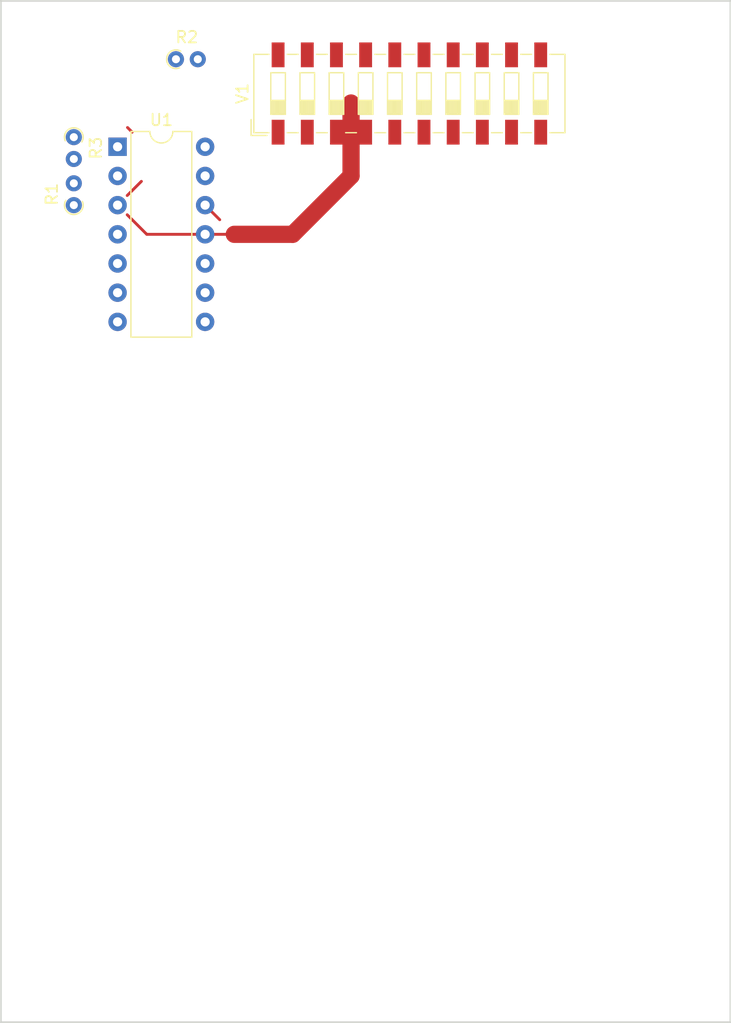
<source format=kicad_pcb>
(kicad_pcb (version 20171130) (host pcbnew 5.0.2-bee76a0~70~ubuntu18.04.1)

  (general
    (thickness 1.6)
    (drawings 4)
    (tracks 11)
    (zones 0)
    (modules 5)
    (nets 6)
  )

  (page A4)
  (layers
    (0 F.Cu signal)
    (31 B.Cu signal)
    (33 F.Adhes user)
    (35 F.Paste user)
    (37 F.SilkS user)
    (39 F.Mask user)
    (40 Dwgs.User user)
    (41 Cmts.User user)
    (42 Eco1.User user)
    (43 Eco2.User user)
    (44 Edge.Cuts user)
    (45 Margin user)
    (46 B.CrtYd user)
    (47 F.CrtYd user)
    (49 F.Fab user)
  )

  (setup
    (last_trace_width 0.25)
    (user_trace_width 0.25)
    (user_trace_width 0.5)
    (user_trace_width 1)
    (user_trace_width 1.5)
    (trace_clearance 0.2)
    (zone_clearance 0.508)
    (zone_45_only no)
    (trace_min 0.2)
    (segment_width 0.2)
    (edge_width 0.15)
    (via_size 0.8)
    (via_drill 0.4)
    (via_min_size 0.4)
    (via_min_drill 0.3)
    (uvia_size 0.3)
    (uvia_drill 0.1)
    (uvias_allowed no)
    (uvia_min_size 0.2)
    (uvia_min_drill 0.1)
    (pcb_text_width 0.3)
    (pcb_text_size 1.5 1.5)
    (mod_edge_width 0.15)
    (mod_text_size 1 1)
    (mod_text_width 0.15)
    (pad_size 1.524 1.524)
    (pad_drill 0.762)
    (pad_to_mask_clearance 0.051)
    (solder_mask_min_width 0.25)
    (aux_axis_origin 0 0)
    (visible_elements FFFFFF7F)
    (pcbplotparams
      (layerselection 0x010a8_ffffffff)
      (usegerberextensions false)
      (usegerberattributes false)
      (usegerberadvancedattributes false)
      (creategerberjobfile false)
      (excludeedgelayer true)
      (linewidth 0.100000)
      (plotframeref false)
      (viasonmask false)
      (mode 1)
      (useauxorigin false)
      (hpglpennumber 1)
      (hpglpenspeed 20)
      (hpglpendiameter 15.000000)
      (psnegative false)
      (psa4output false)
      (plotreference true)
      (plotvalue true)
      (plotinvisibletext false)
      (padsonsilk false)
      (subtractmaskfromsilk false)
      (outputformat 1)
      (mirror false)
      (drillshape 0)
      (scaleselection 1)
      (outputdirectory "gerber/"))
  )

  (net 0 "")
  (net 1 +5V)
  (net 2 "Net-(R1-Pad2)")
  (net 3 0)
  (net 4 "Net-(R3-Pad1)")
  (net 5 "Net-(R3-Pad2)")

  (net_class Default "This is the default net class."
    (clearance 0.2)
    (trace_width 0.25)
    (via_dia 0.8)
    (via_drill 0.4)
    (uvia_dia 0.3)
    (uvia_drill 0.1)
    (add_net "Net-(R1-Pad2)")
    (add_net "Net-(R3-Pad1)")
    (add_net "Net-(R3-Pad2)")
  )

  (net_class Power ""
    (clearance 0.2)
    (trace_width 1.5)
    (via_dia 0.8)
    (via_drill 0.4)
    (uvia_dia 0.3)
    (uvia_drill 0.1)
    (add_net +5V)
    (add_net 0)
  )

  (module Package_DIP:DIP-14_W7.62mm (layer F.Cu) (tedit 5A02E8C5) (tstamp 5C58C03D)
    (at 86.36 38.1)
    (descr "14-lead though-hole mounted DIP package, row spacing 7.62 mm (300 mils)")
    (tags "THT DIP DIL PDIP 2.54mm 7.62mm 300mil")
    (path /5C4C166E)
    (fp_text reference U1 (at 3.81 -2.33) (layer F.SilkS)
      (effects (font (size 1 1) (thickness 0.15)))
    )
    (fp_text value LM2902 (at 3.81 17.57) (layer F.Fab)
      (effects (font (size 1 1) (thickness 0.15)))
    )
    (fp_arc (start 3.81 -1.33) (end 2.81 -1.33) (angle -180) (layer F.SilkS) (width 0.12))
    (fp_line (start 1.635 -1.27) (end 6.985 -1.27) (layer F.Fab) (width 0.1))
    (fp_line (start 6.985 -1.27) (end 6.985 16.51) (layer F.Fab) (width 0.1))
    (fp_line (start 6.985 16.51) (end 0.635 16.51) (layer F.Fab) (width 0.1))
    (fp_line (start 0.635 16.51) (end 0.635 -0.27) (layer F.Fab) (width 0.1))
    (fp_line (start 0.635 -0.27) (end 1.635 -1.27) (layer F.Fab) (width 0.1))
    (fp_line (start 2.81 -1.33) (end 1.16 -1.33) (layer F.SilkS) (width 0.12))
    (fp_line (start 1.16 -1.33) (end 1.16 16.57) (layer F.SilkS) (width 0.12))
    (fp_line (start 1.16 16.57) (end 6.46 16.57) (layer F.SilkS) (width 0.12))
    (fp_line (start 6.46 16.57) (end 6.46 -1.33) (layer F.SilkS) (width 0.12))
    (fp_line (start 6.46 -1.33) (end 4.81 -1.33) (layer F.SilkS) (width 0.12))
    (fp_line (start -1.1 -1.55) (end -1.1 16.8) (layer F.CrtYd) (width 0.05))
    (fp_line (start -1.1 16.8) (end 8.7 16.8) (layer F.CrtYd) (width 0.05))
    (fp_line (start 8.7 16.8) (end 8.7 -1.55) (layer F.CrtYd) (width 0.05))
    (fp_line (start 8.7 -1.55) (end -1.1 -1.55) (layer F.CrtYd) (width 0.05))
    (fp_text user %R (at 3.81 7.62) (layer F.Fab)
      (effects (font (size 1 1) (thickness 0.15)))
    )
    (pad 1 thru_hole rect (at 0 0) (size 1.6 1.6) (drill 0.8) (layers *.Cu *.Mask)
      (net 4 "Net-(R3-Pad1)"))
    (pad 8 thru_hole oval (at 7.62 15.24) (size 1.6 1.6) (drill 0.8) (layers *.Cu *.Mask))
    (pad 2 thru_hole oval (at 0 2.54) (size 1.6 1.6) (drill 0.8) (layers *.Cu *.Mask)
      (net 5 "Net-(R3-Pad2)"))
    (pad 9 thru_hole oval (at 7.62 12.7) (size 1.6 1.6) (drill 0.8) (layers *.Cu *.Mask))
    (pad 3 thru_hole oval (at 0 5.08) (size 1.6 1.6) (drill 0.8) (layers *.Cu *.Mask)
      (net 2 "Net-(R1-Pad2)"))
    (pad 10 thru_hole oval (at 7.62 10.16) (size 1.6 1.6) (drill 0.8) (layers *.Cu *.Mask))
    (pad 4 thru_hole oval (at 0 7.62) (size 1.6 1.6) (drill 0.8) (layers *.Cu *.Mask)
      (net 1 +5V))
    (pad 11 thru_hole oval (at 7.62 7.62) (size 1.6 1.6) (drill 0.8) (layers *.Cu *.Mask)
      (net 3 0))
    (pad 5 thru_hole oval (at 0 10.16) (size 1.6 1.6) (drill 0.8) (layers *.Cu *.Mask))
    (pad 12 thru_hole oval (at 7.62 5.08) (size 1.6 1.6) (drill 0.8) (layers *.Cu *.Mask))
    (pad 6 thru_hole oval (at 0 12.7) (size 1.6 1.6) (drill 0.8) (layers *.Cu *.Mask))
    (pad 13 thru_hole oval (at 7.62 2.54) (size 1.6 1.6) (drill 0.8) (layers *.Cu *.Mask))
    (pad 7 thru_hole oval (at 0 15.24) (size 1.6 1.6) (drill 0.8) (layers *.Cu *.Mask))
    (pad 14 thru_hole oval (at 7.62 0) (size 1.6 1.6) (drill 0.8) (layers *.Cu *.Mask))
    (model ${KISYS3DMOD}/Package_DIP.3dshapes/DIP-14_W7.62mm.wrl
      (at (xyz 0 0 0))
      (scale (xyz 1 1 1))
      (rotate (xyz 0 0 0))
    )
  )

  (module Button_Switch_SMD:SW_DIP_SPSTx10_Slide_6.7x26.96mm_W6.73mm_P2.54mm_LowProfile_JPin (layer F.Cu) (tedit 5A4E1406) (tstamp 5C58B677)
    (at 111.76 33.465 90)
    (descr "SMD 10x-dip-switch SPST , Slide, row spacing 6.73 mm (264 mils), body size 6.7x26.96mm (see e.g. https://www.ctscorp.com/wp-content/uploads/219.pdf), SMD, LowProfile, JPin")
    (tags "SMD DIP Switch SPST Slide 6.73mm 264mil SMD LowProfile JPin")
    (path /5C4C1D88)
    (attr smd)
    (fp_text reference V1 (at 0 -14.54 90) (layer F.SilkS)
      (effects (font (size 1 1) (thickness 0.15)))
    )
    (fp_text value 5 (at 0 14.54 90) (layer F.Fab)
      (effects (font (size 1 1) (thickness 0.15)))
    )
    (fp_text user on (at 0.8975 -12.7725 90) (layer F.Fab)
      (effects (font (size 0.8 0.8) (thickness 0.12)))
    )
    (fp_text user %R (at 2.58 0 180) (layer F.Fab)
      (effects (font (size 0.8 0.8) (thickness 0.12)))
    )
    (fp_line (start 4.7 -13.8) (end -4.7 -13.8) (layer F.CrtYd) (width 0.05))
    (fp_line (start 4.7 13.8) (end 4.7 -13.8) (layer F.CrtYd) (width 0.05))
    (fp_line (start -4.7 13.8) (end 4.7 13.8) (layer F.CrtYd) (width 0.05))
    (fp_line (start -4.7 -13.8) (end -4.7 13.8) (layer F.CrtYd) (width 0.05))
    (fp_line (start -0.603333 10.795) (end -0.603333 12.065) (layer F.SilkS) (width 0.12))
    (fp_line (start -1.81 11.995) (end -0.603333 11.995) (layer F.SilkS) (width 0.12))
    (fp_line (start -1.81 11.875) (end -0.603333 11.875) (layer F.SilkS) (width 0.12))
    (fp_line (start -1.81 11.755) (end -0.603333 11.755) (layer F.SilkS) (width 0.12))
    (fp_line (start -1.81 11.635) (end -0.603333 11.635) (layer F.SilkS) (width 0.12))
    (fp_line (start -1.81 11.515) (end -0.603333 11.515) (layer F.SilkS) (width 0.12))
    (fp_line (start -1.81 11.395) (end -0.603333 11.395) (layer F.SilkS) (width 0.12))
    (fp_line (start -1.81 11.275) (end -0.603333 11.275) (layer F.SilkS) (width 0.12))
    (fp_line (start -1.81 11.155) (end -0.603333 11.155) (layer F.SilkS) (width 0.12))
    (fp_line (start -1.81 11.035) (end -0.603333 11.035) (layer F.SilkS) (width 0.12))
    (fp_line (start -1.81 10.915) (end -0.603333 10.915) (layer F.SilkS) (width 0.12))
    (fp_line (start 1.81 10.795) (end -1.81 10.795) (layer F.SilkS) (width 0.12))
    (fp_line (start 1.81 12.065) (end 1.81 10.795) (layer F.SilkS) (width 0.12))
    (fp_line (start -1.81 12.065) (end 1.81 12.065) (layer F.SilkS) (width 0.12))
    (fp_line (start -1.81 10.795) (end -1.81 12.065) (layer F.SilkS) (width 0.12))
    (fp_line (start -0.603333 8.255) (end -0.603333 9.525) (layer F.SilkS) (width 0.12))
    (fp_line (start -1.81 9.455) (end -0.603333 9.455) (layer F.SilkS) (width 0.12))
    (fp_line (start -1.81 9.335) (end -0.603333 9.335) (layer F.SilkS) (width 0.12))
    (fp_line (start -1.81 9.215) (end -0.603333 9.215) (layer F.SilkS) (width 0.12))
    (fp_line (start -1.81 9.095) (end -0.603333 9.095) (layer F.SilkS) (width 0.12))
    (fp_line (start -1.81 8.975) (end -0.603333 8.975) (layer F.SilkS) (width 0.12))
    (fp_line (start -1.81 8.855) (end -0.603333 8.855) (layer F.SilkS) (width 0.12))
    (fp_line (start -1.81 8.735) (end -0.603333 8.735) (layer F.SilkS) (width 0.12))
    (fp_line (start -1.81 8.615) (end -0.603333 8.615) (layer F.SilkS) (width 0.12))
    (fp_line (start -1.81 8.495) (end -0.603333 8.495) (layer F.SilkS) (width 0.12))
    (fp_line (start -1.81 8.375) (end -0.603333 8.375) (layer F.SilkS) (width 0.12))
    (fp_line (start 1.81 8.255) (end -1.81 8.255) (layer F.SilkS) (width 0.12))
    (fp_line (start 1.81 9.525) (end 1.81 8.255) (layer F.SilkS) (width 0.12))
    (fp_line (start -1.81 9.525) (end 1.81 9.525) (layer F.SilkS) (width 0.12))
    (fp_line (start -1.81 8.255) (end -1.81 9.525) (layer F.SilkS) (width 0.12))
    (fp_line (start -0.603333 5.715) (end -0.603333 6.985) (layer F.SilkS) (width 0.12))
    (fp_line (start -1.81 6.915) (end -0.603333 6.915) (layer F.SilkS) (width 0.12))
    (fp_line (start -1.81 6.795) (end -0.603333 6.795) (layer F.SilkS) (width 0.12))
    (fp_line (start -1.81 6.675) (end -0.603333 6.675) (layer F.SilkS) (width 0.12))
    (fp_line (start -1.81 6.555) (end -0.603333 6.555) (layer F.SilkS) (width 0.12))
    (fp_line (start -1.81 6.435) (end -0.603333 6.435) (layer F.SilkS) (width 0.12))
    (fp_line (start -1.81 6.315) (end -0.603333 6.315) (layer F.SilkS) (width 0.12))
    (fp_line (start -1.81 6.195) (end -0.603333 6.195) (layer F.SilkS) (width 0.12))
    (fp_line (start -1.81 6.075) (end -0.603333 6.075) (layer F.SilkS) (width 0.12))
    (fp_line (start -1.81 5.955) (end -0.603333 5.955) (layer F.SilkS) (width 0.12))
    (fp_line (start -1.81 5.835) (end -0.603333 5.835) (layer F.SilkS) (width 0.12))
    (fp_line (start 1.81 5.715) (end -1.81 5.715) (layer F.SilkS) (width 0.12))
    (fp_line (start 1.81 6.985) (end 1.81 5.715) (layer F.SilkS) (width 0.12))
    (fp_line (start -1.81 6.985) (end 1.81 6.985) (layer F.SilkS) (width 0.12))
    (fp_line (start -1.81 5.715) (end -1.81 6.985) (layer F.SilkS) (width 0.12))
    (fp_line (start -0.603333 3.175) (end -0.603333 4.445) (layer F.SilkS) (width 0.12))
    (fp_line (start -1.81 4.375) (end -0.603333 4.375) (layer F.SilkS) (width 0.12))
    (fp_line (start -1.81 4.255) (end -0.603333 4.255) (layer F.SilkS) (width 0.12))
    (fp_line (start -1.81 4.135) (end -0.603333 4.135) (layer F.SilkS) (width 0.12))
    (fp_line (start -1.81 4.015) (end -0.603333 4.015) (layer F.SilkS) (width 0.12))
    (fp_line (start -1.81 3.895) (end -0.603333 3.895) (layer F.SilkS) (width 0.12))
    (fp_line (start -1.81 3.775) (end -0.603333 3.775) (layer F.SilkS) (width 0.12))
    (fp_line (start -1.81 3.655) (end -0.603333 3.655) (layer F.SilkS) (width 0.12))
    (fp_line (start -1.81 3.535) (end -0.603333 3.535) (layer F.SilkS) (width 0.12))
    (fp_line (start -1.81 3.415) (end -0.603333 3.415) (layer F.SilkS) (width 0.12))
    (fp_line (start -1.81 3.295) (end -0.603333 3.295) (layer F.SilkS) (width 0.12))
    (fp_line (start 1.81 3.175) (end -1.81 3.175) (layer F.SilkS) (width 0.12))
    (fp_line (start 1.81 4.445) (end 1.81 3.175) (layer F.SilkS) (width 0.12))
    (fp_line (start -1.81 4.445) (end 1.81 4.445) (layer F.SilkS) (width 0.12))
    (fp_line (start -1.81 3.175) (end -1.81 4.445) (layer F.SilkS) (width 0.12))
    (fp_line (start -0.603333 0.635) (end -0.603333 1.905) (layer F.SilkS) (width 0.12))
    (fp_line (start -1.81 1.835) (end -0.603333 1.835) (layer F.SilkS) (width 0.12))
    (fp_line (start -1.81 1.715) (end -0.603333 1.715) (layer F.SilkS) (width 0.12))
    (fp_line (start -1.81 1.595) (end -0.603333 1.595) (layer F.SilkS) (width 0.12))
    (fp_line (start -1.81 1.475) (end -0.603333 1.475) (layer F.SilkS) (width 0.12))
    (fp_line (start -1.81 1.355) (end -0.603333 1.355) (layer F.SilkS) (width 0.12))
    (fp_line (start -1.81 1.235) (end -0.603333 1.235) (layer F.SilkS) (width 0.12))
    (fp_line (start -1.81 1.115) (end -0.603333 1.115) (layer F.SilkS) (width 0.12))
    (fp_line (start -1.81 0.995) (end -0.603333 0.995) (layer F.SilkS) (width 0.12))
    (fp_line (start -1.81 0.875) (end -0.603333 0.875) (layer F.SilkS) (width 0.12))
    (fp_line (start -1.81 0.755) (end -0.603333 0.755) (layer F.SilkS) (width 0.12))
    (fp_line (start 1.81 0.635) (end -1.81 0.635) (layer F.SilkS) (width 0.12))
    (fp_line (start 1.81 1.905) (end 1.81 0.635) (layer F.SilkS) (width 0.12))
    (fp_line (start -1.81 1.905) (end 1.81 1.905) (layer F.SilkS) (width 0.12))
    (fp_line (start -1.81 0.635) (end -1.81 1.905) (layer F.SilkS) (width 0.12))
    (fp_line (start -0.603333 -1.905) (end -0.603333 -0.635) (layer F.SilkS) (width 0.12))
    (fp_line (start -1.81 -0.705) (end -0.603333 -0.705) (layer F.SilkS) (width 0.12))
    (fp_line (start -1.81 -0.825) (end -0.603333 -0.825) (layer F.SilkS) (width 0.12))
    (fp_line (start -1.81 -0.945) (end -0.603333 -0.945) (layer F.SilkS) (width 0.12))
    (fp_line (start -1.81 -1.065) (end -0.603333 -1.065) (layer F.SilkS) (width 0.12))
    (fp_line (start -1.81 -1.185) (end -0.603333 -1.185) (layer F.SilkS) (width 0.12))
    (fp_line (start -1.81 -1.305) (end -0.603333 -1.305) (layer F.SilkS) (width 0.12))
    (fp_line (start -1.81 -1.425) (end -0.603333 -1.425) (layer F.SilkS) (width 0.12))
    (fp_line (start -1.81 -1.545) (end -0.603333 -1.545) (layer F.SilkS) (width 0.12))
    (fp_line (start -1.81 -1.665) (end -0.603333 -1.665) (layer F.SilkS) (width 0.12))
    (fp_line (start -1.81 -1.785) (end -0.603333 -1.785) (layer F.SilkS) (width 0.12))
    (fp_line (start 1.81 -1.905) (end -1.81 -1.905) (layer F.SilkS) (width 0.12))
    (fp_line (start 1.81 -0.635) (end 1.81 -1.905) (layer F.SilkS) (width 0.12))
    (fp_line (start -1.81 -0.635) (end 1.81 -0.635) (layer F.SilkS) (width 0.12))
    (fp_line (start -1.81 -1.905) (end -1.81 -0.635) (layer F.SilkS) (width 0.12))
    (fp_line (start -0.603333 -4.445) (end -0.603333 -3.175) (layer F.SilkS) (width 0.12))
    (fp_line (start -1.81 -3.245) (end -0.603333 -3.245) (layer F.SilkS) (width 0.12))
    (fp_line (start -1.81 -3.365) (end -0.603333 -3.365) (layer F.SilkS) (width 0.12))
    (fp_line (start -1.81 -3.485) (end -0.603333 -3.485) (layer F.SilkS) (width 0.12))
    (fp_line (start -1.81 -3.605) (end -0.603333 -3.605) (layer F.SilkS) (width 0.12))
    (fp_line (start -1.81 -3.725) (end -0.603333 -3.725) (layer F.SilkS) (width 0.12))
    (fp_line (start -1.81 -3.845) (end -0.603333 -3.845) (layer F.SilkS) (width 0.12))
    (fp_line (start -1.81 -3.965) (end -0.603333 -3.965) (layer F.SilkS) (width 0.12))
    (fp_line (start -1.81 -4.085) (end -0.603333 -4.085) (layer F.SilkS) (width 0.12))
    (fp_line (start -1.81 -4.205) (end -0.603333 -4.205) (layer F.SilkS) (width 0.12))
    (fp_line (start -1.81 -4.325) (end -0.603333 -4.325) (layer F.SilkS) (width 0.12))
    (fp_line (start 1.81 -4.445) (end -1.81 -4.445) (layer F.SilkS) (width 0.12))
    (fp_line (start 1.81 -3.175) (end 1.81 -4.445) (layer F.SilkS) (width 0.12))
    (fp_line (start -1.81 -3.175) (end 1.81 -3.175) (layer F.SilkS) (width 0.12))
    (fp_line (start -1.81 -4.445) (end -1.81 -3.175) (layer F.SilkS) (width 0.12))
    (fp_line (start -0.603333 -6.985) (end -0.603333 -5.715) (layer F.SilkS) (width 0.12))
    (fp_line (start -1.81 -5.785) (end -0.603333 -5.785) (layer F.SilkS) (width 0.12))
    (fp_line (start -1.81 -5.905) (end -0.603333 -5.905) (layer F.SilkS) (width 0.12))
    (fp_line (start -1.81 -6.025) (end -0.603333 -6.025) (layer F.SilkS) (width 0.12))
    (fp_line (start -1.81 -6.145) (end -0.603333 -6.145) (layer F.SilkS) (width 0.12))
    (fp_line (start -1.81 -6.265) (end -0.603333 -6.265) (layer F.SilkS) (width 0.12))
    (fp_line (start -1.81 -6.385) (end -0.603333 -6.385) (layer F.SilkS) (width 0.12))
    (fp_line (start -1.81 -6.505) (end -0.603333 -6.505) (layer F.SilkS) (width 0.12))
    (fp_line (start -1.81 -6.625) (end -0.603333 -6.625) (layer F.SilkS) (width 0.12))
    (fp_line (start -1.81 -6.745) (end -0.603333 -6.745) (layer F.SilkS) (width 0.12))
    (fp_line (start -1.81 -6.865) (end -0.603333 -6.865) (layer F.SilkS) (width 0.12))
    (fp_line (start 1.81 -6.985) (end -1.81 -6.985) (layer F.SilkS) (width 0.12))
    (fp_line (start 1.81 -5.715) (end 1.81 -6.985) (layer F.SilkS) (width 0.12))
    (fp_line (start -1.81 -5.715) (end 1.81 -5.715) (layer F.SilkS) (width 0.12))
    (fp_line (start -1.81 -6.985) (end -1.81 -5.715) (layer F.SilkS) (width 0.12))
    (fp_line (start -0.603333 -9.525) (end -0.603333 -8.255) (layer F.SilkS) (width 0.12))
    (fp_line (start -1.81 -8.325) (end -0.603333 -8.325) (layer F.SilkS) (width 0.12))
    (fp_line (start -1.81 -8.445) (end -0.603333 -8.445) (layer F.SilkS) (width 0.12))
    (fp_line (start -1.81 -8.565) (end -0.603333 -8.565) (layer F.SilkS) (width 0.12))
    (fp_line (start -1.81 -8.685) (end -0.603333 -8.685) (layer F.SilkS) (width 0.12))
    (fp_line (start -1.81 -8.805) (end -0.603333 -8.805) (layer F.SilkS) (width 0.12))
    (fp_line (start -1.81 -8.925) (end -0.603333 -8.925) (layer F.SilkS) (width 0.12))
    (fp_line (start -1.81 -9.045) (end -0.603333 -9.045) (layer F.SilkS) (width 0.12))
    (fp_line (start -1.81 -9.165) (end -0.603333 -9.165) (layer F.SilkS) (width 0.12))
    (fp_line (start -1.81 -9.285) (end -0.603333 -9.285) (layer F.SilkS) (width 0.12))
    (fp_line (start -1.81 -9.405) (end -0.603333 -9.405) (layer F.SilkS) (width 0.12))
    (fp_line (start 1.81 -9.525) (end -1.81 -9.525) (layer F.SilkS) (width 0.12))
    (fp_line (start 1.81 -8.255) (end 1.81 -9.525) (layer F.SilkS) (width 0.12))
    (fp_line (start -1.81 -8.255) (end 1.81 -8.255) (layer F.SilkS) (width 0.12))
    (fp_line (start -1.81 -9.525) (end -1.81 -8.255) (layer F.SilkS) (width 0.12))
    (fp_line (start -0.603333 -12.065) (end -0.603333 -10.795) (layer F.SilkS) (width 0.12))
    (fp_line (start -1.81 -10.865) (end -0.603333 -10.865) (layer F.SilkS) (width 0.12))
    (fp_line (start -1.81 -10.985) (end -0.603333 -10.985) (layer F.SilkS) (width 0.12))
    (fp_line (start -1.81 -11.105) (end -0.603333 -11.105) (layer F.SilkS) (width 0.12))
    (fp_line (start -1.81 -11.225) (end -0.603333 -11.225) (layer F.SilkS) (width 0.12))
    (fp_line (start -1.81 -11.345) (end -0.603333 -11.345) (layer F.SilkS) (width 0.12))
    (fp_line (start -1.81 -11.465) (end -0.603333 -11.465) (layer F.SilkS) (width 0.12))
    (fp_line (start -1.81 -11.585) (end -0.603333 -11.585) (layer F.SilkS) (width 0.12))
    (fp_line (start -1.81 -11.705) (end -0.603333 -11.705) (layer F.SilkS) (width 0.12))
    (fp_line (start -1.81 -11.825) (end -0.603333 -11.825) (layer F.SilkS) (width 0.12))
    (fp_line (start -1.81 -11.945) (end -0.603333 -11.945) (layer F.SilkS) (width 0.12))
    (fp_line (start 1.81 -12.065) (end -1.81 -12.065) (layer F.SilkS) (width 0.12))
    (fp_line (start 1.81 -10.795) (end 1.81 -12.065) (layer F.SilkS) (width 0.12))
    (fp_line (start -1.81 -10.795) (end 1.81 -10.795) (layer F.SilkS) (width 0.12))
    (fp_line (start -1.81 -12.065) (end -1.81 -10.795) (layer F.SilkS) (width 0.12))
    (fp_line (start -3.65 -13.78) (end -3.65 -12.397) (layer F.SilkS) (width 0.12))
    (fp_line (start -3.65 -13.78) (end -2.267 -13.78) (layer F.SilkS) (width 0.12))
    (fp_line (start 3.41 -10.629) (end 3.41 -9.689) (layer F.SilkS) (width 0.12))
    (fp_line (start 3.41 -13.54) (end 3.41 -12.23) (layer F.SilkS) (width 0.12))
    (fp_line (start 3.41 -8.089) (end 3.41 -7.149) (layer F.SilkS) (width 0.12))
    (fp_line (start 3.41 -5.549) (end 3.41 -4.609) (layer F.SilkS) (width 0.12))
    (fp_line (start 3.41 -3.009) (end 3.41 -2.069) (layer F.SilkS) (width 0.12))
    (fp_line (start 3.41 -0.469) (end 3.41 0.471) (layer F.SilkS) (width 0.12))
    (fp_line (start 3.41 2.071) (end 3.41 3.011) (layer F.SilkS) (width 0.12))
    (fp_line (start 3.41 4.611) (end 3.41 5.55) (layer F.SilkS) (width 0.12))
    (fp_line (start 3.41 7.15) (end 3.41 8.09) (layer F.SilkS) (width 0.12))
    (fp_line (start 3.41 9.69) (end 3.41 10.63) (layer F.SilkS) (width 0.12))
    (fp_line (start 3.41 12.23) (end 3.41 13.541) (layer F.SilkS) (width 0.12))
    (fp_line (start -3.41 12.23) (end -3.41 13.541) (layer F.SilkS) (width 0.12))
    (fp_line (start -3.41 9.69) (end -3.41 10.63) (layer F.SilkS) (width 0.12))
    (fp_line (start -3.41 7.15) (end -3.41 8.09) (layer F.SilkS) (width 0.12))
    (fp_line (start -3.41 4.61) (end -3.41 5.55) (layer F.SilkS) (width 0.12))
    (fp_line (start -3.41 2.07) (end -3.41 3.01) (layer F.SilkS) (width 0.12))
    (fp_line (start -3.41 -0.47) (end -3.41 0.47) (layer F.SilkS) (width 0.12))
    (fp_line (start -3.41 -3.01) (end -3.41 -2.07) (layer F.SilkS) (width 0.12))
    (fp_line (start -3.41 -5.55) (end -3.41 -4.61) (layer F.SilkS) (width 0.12))
    (fp_line (start -3.41 -8.09) (end -3.41 -7.15) (layer F.SilkS) (width 0.12))
    (fp_line (start -3.41 -10.63) (end -3.41 -9.69) (layer F.SilkS) (width 0.12))
    (fp_line (start -3.41 -13.54) (end -3.41 -12.23) (layer F.SilkS) (width 0.12))
    (fp_line (start -3.41 13.541) (end 3.41 13.541) (layer F.SilkS) (width 0.12))
    (fp_line (start -3.41 -13.54) (end 3.41 -13.54) (layer F.SilkS) (width 0.12))
    (fp_line (start -0.603333 10.795) (end -0.603333 12.065) (layer F.Fab) (width 0.1))
    (fp_line (start -1.81 11.995) (end -0.603333 11.995) (layer F.Fab) (width 0.1))
    (fp_line (start -1.81 11.895) (end -0.603333 11.895) (layer F.Fab) (width 0.1))
    (fp_line (start -1.81 11.795) (end -0.603333 11.795) (layer F.Fab) (width 0.1))
    (fp_line (start -1.81 11.695) (end -0.603333 11.695) (layer F.Fab) (width 0.1))
    (fp_line (start -1.81 11.595) (end -0.603333 11.595) (layer F.Fab) (width 0.1))
    (fp_line (start -1.81 11.495) (end -0.603333 11.495) (layer F.Fab) (width 0.1))
    (fp_line (start -1.81 11.395) (end -0.603333 11.395) (layer F.Fab) (width 0.1))
    (fp_line (start -1.81 11.295) (end -0.603333 11.295) (layer F.Fab) (width 0.1))
    (fp_line (start -1.81 11.195) (end -0.603333 11.195) (layer F.Fab) (width 0.1))
    (fp_line (start -1.81 11.095) (end -0.603333 11.095) (layer F.Fab) (width 0.1))
    (fp_line (start -1.81 10.995) (end -0.603333 10.995) (layer F.Fab) (width 0.1))
    (fp_line (start -1.81 10.895) (end -0.603333 10.895) (layer F.Fab) (width 0.1))
    (fp_line (start 1.81 10.795) (end -1.81 10.795) (layer F.Fab) (width 0.1))
    (fp_line (start 1.81 12.065) (end 1.81 10.795) (layer F.Fab) (width 0.1))
    (fp_line (start -1.81 12.065) (end 1.81 12.065) (layer F.Fab) (width 0.1))
    (fp_line (start -1.81 10.795) (end -1.81 12.065) (layer F.Fab) (width 0.1))
    (fp_line (start -0.603333 8.255) (end -0.603333 9.525) (layer F.Fab) (width 0.1))
    (fp_line (start -1.81 9.455) (end -0.603333 9.455) (layer F.Fab) (width 0.1))
    (fp_line (start -1.81 9.355) (end -0.603333 9.355) (layer F.Fab) (width 0.1))
    (fp_line (start -1.81 9.255) (end -0.603333 9.255) (layer F.Fab) (width 0.1))
    (fp_line (start -1.81 9.155) (end -0.603333 9.155) (layer F.Fab) (width 0.1))
    (fp_line (start -1.81 9.055) (end -0.603333 9.055) (layer F.Fab) (width 0.1))
    (fp_line (start -1.81 8.955) (end -0.603333 8.955) (layer F.Fab) (width 0.1))
    (fp_line (start -1.81 8.855) (end -0.603333 8.855) (layer F.Fab) (width 0.1))
    (fp_line (start -1.81 8.755) (end -0.603333 8.755) (layer F.Fab) (width 0.1))
    (fp_line (start -1.81 8.655) (end -0.603333 8.655) (layer F.Fab) (width 0.1))
    (fp_line (start -1.81 8.555) (end -0.603333 8.555) (layer F.Fab) (width 0.1))
    (fp_line (start -1.81 8.455) (end -0.603333 8.455) (layer F.Fab) (width 0.1))
    (fp_line (start -1.81 8.355) (end -0.603333 8.355) (layer F.Fab) (width 0.1))
    (fp_line (start 1.81 8.255) (end -1.81 8.255) (layer F.Fab) (width 0.1))
    (fp_line (start 1.81 9.525) (end 1.81 8.255) (layer F.Fab) (width 0.1))
    (fp_line (start -1.81 9.525) (end 1.81 9.525) (layer F.Fab) (width 0.1))
    (fp_line (start -1.81 8.255) (end -1.81 9.525) (layer F.Fab) (width 0.1))
    (fp_line (start -0.603333 5.715) (end -0.603333 6.985) (layer F.Fab) (width 0.1))
    (fp_line (start -1.81 6.915) (end -0.603333 6.915) (layer F.Fab) (width 0.1))
    (fp_line (start -1.81 6.815) (end -0.603333 6.815) (layer F.Fab) (width 0.1))
    (fp_line (start -1.81 6.715) (end -0.603333 6.715) (layer F.Fab) (width 0.1))
    (fp_line (start -1.81 6.615) (end -0.603333 6.615) (layer F.Fab) (width 0.1))
    (fp_line (start -1.81 6.515) (end -0.603333 6.515) (layer F.Fab) (width 0.1))
    (fp_line (start -1.81 6.415) (end -0.603333 6.415) (layer F.Fab) (width 0.1))
    (fp_line (start -1.81 6.315) (end -0.603333 6.315) (layer F.Fab) (width 0.1))
    (fp_line (start -1.81 6.215) (end -0.603333 6.215) (layer F.Fab) (width 0.1))
    (fp_line (start -1.81 6.115) (end -0.603333 6.115) (layer F.Fab) (width 0.1))
    (fp_line (start -1.81 6.015) (end -0.603333 6.015) (layer F.Fab) (width 0.1))
    (fp_line (start -1.81 5.915) (end -0.603333 5.915) (layer F.Fab) (width 0.1))
    (fp_line (start -1.81 5.815) (end -0.603333 5.815) (layer F.Fab) (width 0.1))
    (fp_line (start 1.81 5.715) (end -1.81 5.715) (layer F.Fab) (width 0.1))
    (fp_line (start 1.81 6.985) (end 1.81 5.715) (layer F.Fab) (width 0.1))
    (fp_line (start -1.81 6.985) (end 1.81 6.985) (layer F.Fab) (width 0.1))
    (fp_line (start -1.81 5.715) (end -1.81 6.985) (layer F.Fab) (width 0.1))
    (fp_line (start -0.603333 3.175) (end -0.603333 4.445) (layer F.Fab) (width 0.1))
    (fp_line (start -1.81 4.375) (end -0.603333 4.375) (layer F.Fab) (width 0.1))
    (fp_line (start -1.81 4.275) (end -0.603333 4.275) (layer F.Fab) (width 0.1))
    (fp_line (start -1.81 4.175) (end -0.603333 4.175) (layer F.Fab) (width 0.1))
    (fp_line (start -1.81 4.075) (end -0.603333 4.075) (layer F.Fab) (width 0.1))
    (fp_line (start -1.81 3.975) (end -0.603333 3.975) (layer F.Fab) (width 0.1))
    (fp_line (start -1.81 3.875) (end -0.603333 3.875) (layer F.Fab) (width 0.1))
    (fp_line (start -1.81 3.775) (end -0.603333 3.775) (layer F.Fab) (width 0.1))
    (fp_line (start -1.81 3.675) (end -0.603333 3.675) (layer F.Fab) (width 0.1))
    (fp_line (start -1.81 3.575) (end -0.603333 3.575) (layer F.Fab) (width 0.1))
    (fp_line (start -1.81 3.475) (end -0.603333 3.475) (layer F.Fab) (width 0.1))
    (fp_line (start -1.81 3.375) (end -0.603333 3.375) (layer F.Fab) (width 0.1))
    (fp_line (start -1.81 3.275) (end -0.603333 3.275) (layer F.Fab) (width 0.1))
    (fp_line (start 1.81 3.175) (end -1.81 3.175) (layer F.Fab) (width 0.1))
    (fp_line (start 1.81 4.445) (end 1.81 3.175) (layer F.Fab) (width 0.1))
    (fp_line (start -1.81 4.445) (end 1.81 4.445) (layer F.Fab) (width 0.1))
    (fp_line (start -1.81 3.175) (end -1.81 4.445) (layer F.Fab) (width 0.1))
    (fp_line (start -0.603333 0.635) (end -0.603333 1.905) (layer F.Fab) (width 0.1))
    (fp_line (start -1.81 1.835) (end -0.603333 1.835) (layer F.Fab) (width 0.1))
    (fp_line (start -1.81 1.735) (end -0.603333 1.735) (layer F.Fab) (width 0.1))
    (fp_line (start -1.81 1.635) (end -0.603333 1.635) (layer F.Fab) (width 0.1))
    (fp_line (start -1.81 1.535) (end -0.603333 1.535) (layer F.Fab) (width 0.1))
    (fp_line (start -1.81 1.435) (end -0.603333 1.435) (layer F.Fab) (width 0.1))
    (fp_line (start -1.81 1.335) (end -0.603333 1.335) (layer F.Fab) (width 0.1))
    (fp_line (start -1.81 1.235) (end -0.603333 1.235) (layer F.Fab) (width 0.1))
    (fp_line (start -1.81 1.135) (end -0.603333 1.135) (layer F.Fab) (width 0.1))
    (fp_line (start -1.81 1.035) (end -0.603333 1.035) (layer F.Fab) (width 0.1))
    (fp_line (start -1.81 0.935) (end -0.603333 0.935) (layer F.Fab) (width 0.1))
    (fp_line (start -1.81 0.835) (end -0.603333 0.835) (layer F.Fab) (width 0.1))
    (fp_line (start -1.81 0.735) (end -0.603333 0.735) (layer F.Fab) (width 0.1))
    (fp_line (start 1.81 0.635) (end -1.81 0.635) (layer F.Fab) (width 0.1))
    (fp_line (start 1.81 1.905) (end 1.81 0.635) (layer F.Fab) (width 0.1))
    (fp_line (start -1.81 1.905) (end 1.81 1.905) (layer F.Fab) (width 0.1))
    (fp_line (start -1.81 0.635) (end -1.81 1.905) (layer F.Fab) (width 0.1))
    (fp_line (start -0.603333 -1.905) (end -0.603333 -0.635) (layer F.Fab) (width 0.1))
    (fp_line (start -1.81 -0.705) (end -0.603333 -0.705) (layer F.Fab) (width 0.1))
    (fp_line (start -1.81 -0.805) (end -0.603333 -0.805) (layer F.Fab) (width 0.1))
    (fp_line (start -1.81 -0.905) (end -0.603333 -0.905) (layer F.Fab) (width 0.1))
    (fp_line (start -1.81 -1.005) (end -0.603333 -1.005) (layer F.Fab) (width 0.1))
    (fp_line (start -1.81 -1.105) (end -0.603333 -1.105) (layer F.Fab) (width 0.1))
    (fp_line (start -1.81 -1.205) (end -0.603333 -1.205) (layer F.Fab) (width 0.1))
    (fp_line (start -1.81 -1.305) (end -0.603333 -1.305) (layer F.Fab) (width 0.1))
    (fp_line (start -1.81 -1.405) (end -0.603333 -1.405) (layer F.Fab) (width 0.1))
    (fp_line (start -1.81 -1.505) (end -0.603333 -1.505) (layer F.Fab) (width 0.1))
    (fp_line (start -1.81 -1.605) (end -0.603333 -1.605) (layer F.Fab) (width 0.1))
    (fp_line (start -1.81 -1.705) (end -0.603333 -1.705) (layer F.Fab) (width 0.1))
    (fp_line (start -1.81 -1.805) (end -0.603333 -1.805) (layer F.Fab) (width 0.1))
    (fp_line (start 1.81 -1.905) (end -1.81 -1.905) (layer F.Fab) (width 0.1))
    (fp_line (start 1.81 -0.635) (end 1.81 -1.905) (layer F.Fab) (width 0.1))
    (fp_line (start -1.81 -0.635) (end 1.81 -0.635) (layer F.Fab) (width 0.1))
    (fp_line (start -1.81 -1.905) (end -1.81 -0.635) (layer F.Fab) (width 0.1))
    (fp_line (start -0.603333 -4.445) (end -0.603333 -3.175) (layer F.Fab) (width 0.1))
    (fp_line (start -1.81 -3.245) (end -0.603333 -3.245) (layer F.Fab) (width 0.1))
    (fp_line (start -1.81 -3.345) (end -0.603333 -3.345) (layer F.Fab) (width 0.1))
    (fp_line (start -1.81 -3.445) (end -0.603333 -3.445) (layer F.Fab) (width 0.1))
    (fp_line (start -1.81 -3.545) (end -0.603333 -3.545) (layer F.Fab) (width 0.1))
    (fp_line (start -1.81 -3.645) (end -0.603333 -3.645) (layer F.Fab) (width 0.1))
    (fp_line (start -1.81 -3.745) (end -0.603333 -3.745) (layer F.Fab) (width 0.1))
    (fp_line (start -1.81 -3.845) (end -0.603333 -3.845) (layer F.Fab) (width 0.1))
    (fp_line (start -1.81 -3.945) (end -0.603333 -3.945) (layer F.Fab) (width 0.1))
    (fp_line (start -1.81 -4.045) (end -0.603333 -4.045) (layer F.Fab) (width 0.1))
    (fp_line (start -1.81 -4.145) (end -0.603333 -4.145) (layer F.Fab) (width 0.1))
    (fp_line (start -1.81 -4.245) (end -0.603333 -4.245) (layer F.Fab) (width 0.1))
    (fp_line (start -1.81 -4.345) (end -0.603333 -4.345) (layer F.Fab) (width 0.1))
    (fp_line (start 1.81 -4.445) (end -1.81 -4.445) (layer F.Fab) (width 0.1))
    (fp_line (start 1.81 -3.175) (end 1.81 -4.445) (layer F.Fab) (width 0.1))
    (fp_line (start -1.81 -3.175) (end 1.81 -3.175) (layer F.Fab) (width 0.1))
    (fp_line (start -1.81 -4.445) (end -1.81 -3.175) (layer F.Fab) (width 0.1))
    (fp_line (start -0.603333 -6.985) (end -0.603333 -5.715) (layer F.Fab) (width 0.1))
    (fp_line (start -1.81 -5.785) (end -0.603333 -5.785) (layer F.Fab) (width 0.1))
    (fp_line (start -1.81 -5.885) (end -0.603333 -5.885) (layer F.Fab) (width 0.1))
    (fp_line (start -1.81 -5.985) (end -0.603333 -5.985) (layer F.Fab) (width 0.1))
    (fp_line (start -1.81 -6.085) (end -0.603333 -6.085) (layer F.Fab) (width 0.1))
    (fp_line (start -1.81 -6.185) (end -0.603333 -6.185) (layer F.Fab) (width 0.1))
    (fp_line (start -1.81 -6.285) (end -0.603333 -6.285) (layer F.Fab) (width 0.1))
    (fp_line (start -1.81 -6.385) (end -0.603333 -6.385) (layer F.Fab) (width 0.1))
    (fp_line (start -1.81 -6.485) (end -0.603333 -6.485) (layer F.Fab) (width 0.1))
    (fp_line (start -1.81 -6.585) (end -0.603333 -6.585) (layer F.Fab) (width 0.1))
    (fp_line (start -1.81 -6.685) (end -0.603333 -6.685) (layer F.Fab) (width 0.1))
    (fp_line (start -1.81 -6.785) (end -0.603333 -6.785) (layer F.Fab) (width 0.1))
    (fp_line (start -1.81 -6.885) (end -0.603333 -6.885) (layer F.Fab) (width 0.1))
    (fp_line (start 1.81 -6.985) (end -1.81 -6.985) (layer F.Fab) (width 0.1))
    (fp_line (start 1.81 -5.715) (end 1.81 -6.985) (layer F.Fab) (width 0.1))
    (fp_line (start -1.81 -5.715) (end 1.81 -5.715) (layer F.Fab) (width 0.1))
    (fp_line (start -1.81 -6.985) (end -1.81 -5.715) (layer F.Fab) (width 0.1))
    (fp_line (start -0.603333 -9.525) (end -0.603333 -8.255) (layer F.Fab) (width 0.1))
    (fp_line (start -1.81 -8.325) (end -0.603333 -8.325) (layer F.Fab) (width 0.1))
    (fp_line (start -1.81 -8.425) (end -0.603333 -8.425) (layer F.Fab) (width 0.1))
    (fp_line (start -1.81 -8.525) (end -0.603333 -8.525) (layer F.Fab) (width 0.1))
    (fp_line (start -1.81 -8.625) (end -0.603333 -8.625) (layer F.Fab) (width 0.1))
    (fp_line (start -1.81 -8.725) (end -0.603333 -8.725) (layer F.Fab) (width 0.1))
    (fp_line (start -1.81 -8.825) (end -0.603333 -8.825) (layer F.Fab) (width 0.1))
    (fp_line (start -1.81 -8.925) (end -0.603333 -8.925) (layer F.Fab) (width 0.1))
    (fp_line (start -1.81 -9.025) (end -0.603333 -9.025) (layer F.Fab) (width 0.1))
    (fp_line (start -1.81 -9.125) (end -0.603333 -9.125) (layer F.Fab) (width 0.1))
    (fp_line (start -1.81 -9.225) (end -0.603333 -9.225) (layer F.Fab) (width 0.1))
    (fp_line (start -1.81 -9.325) (end -0.603333 -9.325) (layer F.Fab) (width 0.1))
    (fp_line (start -1.81 -9.425) (end -0.603333 -9.425) (layer F.Fab) (width 0.1))
    (fp_line (start 1.81 -9.525) (end -1.81 -9.525) (layer F.Fab) (width 0.1))
    (fp_line (start 1.81 -8.255) (end 1.81 -9.525) (layer F.Fab) (width 0.1))
    (fp_line (start -1.81 -8.255) (end 1.81 -8.255) (layer F.Fab) (width 0.1))
    (fp_line (start -1.81 -9.525) (end -1.81 -8.255) (layer F.Fab) (width 0.1))
    (fp_line (start -0.603333 -12.065) (end -0.603333 -10.795) (layer F.Fab) (width 0.1))
    (fp_line (start -1.81 -10.865) (end -0.603333 -10.865) (layer F.Fab) (width 0.1))
    (fp_line (start -1.81 -10.965) (end -0.603333 -10.965) (layer F.Fab) (width 0.1))
    (fp_line (start -1.81 -11.065) (end -0.603333 -11.065) (layer F.Fab) (width 0.1))
    (fp_line (start -1.81 -11.165) (end -0.603333 -11.165) (layer F.Fab) (width 0.1))
    (fp_line (start -1.81 -11.265) (end -0.603333 -11.265) (layer F.Fab) (width 0.1))
    (fp_line (start -1.81 -11.365) (end -0.603333 -11.365) (layer F.Fab) (width 0.1))
    (fp_line (start -1.81 -11.465) (end -0.603333 -11.465) (layer F.Fab) (width 0.1))
    (fp_line (start -1.81 -11.565) (end -0.603333 -11.565) (layer F.Fab) (width 0.1))
    (fp_line (start -1.81 -11.665) (end -0.603333 -11.665) (layer F.Fab) (width 0.1))
    (fp_line (start -1.81 -11.765) (end -0.603333 -11.765) (layer F.Fab) (width 0.1))
    (fp_line (start -1.81 -11.865) (end -0.603333 -11.865) (layer F.Fab) (width 0.1))
    (fp_line (start -1.81 -11.965) (end -0.603333 -11.965) (layer F.Fab) (width 0.1))
    (fp_line (start 1.81 -12.065) (end -1.81 -12.065) (layer F.Fab) (width 0.1))
    (fp_line (start 1.81 -10.795) (end 1.81 -12.065) (layer F.Fab) (width 0.1))
    (fp_line (start -1.81 -10.795) (end 1.81 -10.795) (layer F.Fab) (width 0.1))
    (fp_line (start -1.81 -12.065) (end -1.81 -10.795) (layer F.Fab) (width 0.1))
    (fp_line (start -3.35 -12.48) (end -2.35 -13.48) (layer F.Fab) (width 0.1))
    (fp_line (start -3.35 13.48) (end -3.35 -12.48) (layer F.Fab) (width 0.1))
    (fp_line (start 3.35 13.48) (end -3.35 13.48) (layer F.Fab) (width 0.1))
    (fp_line (start 3.35 -13.48) (end 3.35 13.48) (layer F.Fab) (width 0.1))
    (fp_line (start -2.35 -13.48) (end 3.35 -13.48) (layer F.Fab) (width 0.1))
    (pad 20 smd rect (at 3.365 -11.43 90) (size 2.16 1.12) (layers F.Cu F.Paste F.Mask))
    (pad 10 smd rect (at -3.365 11.43 90) (size 2.16 1.12) (layers F.Cu F.Paste F.Mask))
    (pad 19 smd rect (at 3.365 -8.89 90) (size 2.16 1.12) (layers F.Cu F.Paste F.Mask))
    (pad 9 smd rect (at -3.365 8.89 90) (size 2.16 1.12) (layers F.Cu F.Paste F.Mask))
    (pad 18 smd rect (at 3.365 -6.35 90) (size 2.16 1.12) (layers F.Cu F.Paste F.Mask))
    (pad 8 smd rect (at -3.365 6.35 90) (size 2.16 1.12) (layers F.Cu F.Paste F.Mask))
    (pad 17 smd rect (at 3.365 -3.81 90) (size 2.16 1.12) (layers F.Cu F.Paste F.Mask))
    (pad 7 smd rect (at -3.365 3.81 90) (size 2.16 1.12) (layers F.Cu F.Paste F.Mask))
    (pad 16 smd rect (at 3.365 -1.27 90) (size 2.16 1.12) (layers F.Cu F.Paste F.Mask))
    (pad 6 smd rect (at -3.365 1.27 90) (size 2.16 1.12) (layers F.Cu F.Paste F.Mask))
    (pad 15 smd rect (at 3.365 1.27 90) (size 2.16 1.12) (layers F.Cu F.Paste F.Mask))
    (pad 5 smd rect (at -3.365 -1.27 90) (size 2.16 1.12) (layers F.Cu F.Paste F.Mask))
    (pad 14 smd rect (at 3.365 3.81 90) (size 2.16 1.12) (layers F.Cu F.Paste F.Mask))
    (pad 4 smd rect (at -3.365 -3.81 90) (size 2.16 1.12) (layers F.Cu F.Paste F.Mask))
    (pad 13 smd rect (at 3.365 6.35 90) (size 2.16 1.12) (layers F.Cu F.Paste F.Mask))
    (pad 3 smd rect (at -3.365 -6.35 90) (size 2.16 1.12) (layers F.Cu F.Paste F.Mask))
    (pad 12 smd rect (at 3.365 8.89 90) (size 2.16 1.12) (layers F.Cu F.Paste F.Mask))
    (pad 2 smd rect (at -3.365 -8.89 90) (size 2.16 1.12) (layers F.Cu F.Paste F.Mask)
      (net 3 0))
    (pad 11 smd rect (at 3.365 11.43 90) (size 2.16 1.12) (layers F.Cu F.Paste F.Mask))
    (pad 1 smd rect (at -3.365 -11.43 90) (size 2.16 1.12) (layers F.Cu F.Paste F.Mask)
      (net 1 +5V))
    (model ${KISYS3DMOD}/Button_Switch_SMD.3dshapes/SW_DIP_SPSTx10_Slide_6.7x26.96mm_W6.73mm_P2.54mm_LowProfile_JPin.wrl
      (at (xyz 0 0 0))
      (scale (xyz 1 1 1))
      (rotate (xyz 0 0 90))
    )
  )

  (module Resistor_THT:R_Axial_DIN0204_L3.6mm_D1.6mm_P1.90mm_Vertical (layer F.Cu) (tedit 5AE5139B) (tstamp 5C58B4EE)
    (at 82.55 37.2625 270)
    (descr "Resistor, Axial_DIN0204 series, Axial, Vertical, pin pitch=1.9mm, 0.167W, length*diameter=3.6*1.6mm^2, http://cdn-reichelt.de/documents/datenblatt/B400/1_4W%23YAG.pdf")
    (tags "Resistor Axial_DIN0204 series Axial Vertical pin pitch 1.9mm 0.167W length 3.6mm diameter 1.6mm")
    (path /5C4C27A2)
    (fp_text reference R3 (at 0.95 -1.92 270) (layer F.SilkS)
      (effects (font (size 1 1) (thickness 0.15)))
    )
    (fp_text value 100 (at 0.95 1.92 270) (layer F.Fab)
      (effects (font (size 1 1) (thickness 0.15)))
    )
    (fp_arc (start 0 0) (end 0.417133 -0.7) (angle -233.92106) (layer F.SilkS) (width 0.12))
    (fp_circle (center 0 0) (end 0.8 0) (layer F.Fab) (width 0.1))
    (fp_line (start 0 0) (end 1.9 0) (layer F.Fab) (width 0.1))
    (fp_line (start -1.05 -1.05) (end -1.05 1.05) (layer F.CrtYd) (width 0.05))
    (fp_line (start -1.05 1.05) (end 2.86 1.05) (layer F.CrtYd) (width 0.05))
    (fp_line (start 2.86 1.05) (end 2.86 -1.05) (layer F.CrtYd) (width 0.05))
    (fp_line (start 2.86 -1.05) (end -1.05 -1.05) (layer F.CrtYd) (width 0.05))
    (fp_text user %R (at 0.95 -1.92 270) (layer F.Fab)
      (effects (font (size 1 1) (thickness 0.15)))
    )
    (pad 1 thru_hole circle (at 0 0 270) (size 1.4 1.4) (drill 0.7) (layers *.Cu *.Mask)
      (net 4 "Net-(R3-Pad1)"))
    (pad 2 thru_hole oval (at 1.9 0 270) (size 1.4 1.4) (drill 0.7) (layers *.Cu *.Mask)
      (net 5 "Net-(R3-Pad2)"))
    (model ${KISYS3DMOD}/Resistor_THT.3dshapes/R_Axial_DIN0204_L3.6mm_D1.6mm_P1.90mm_Vertical.wrl
      (at (xyz 0 0 0))
      (scale (xyz 1 1 1))
      (rotate (xyz 0 0 0))
    )
  )

  (module Resistor_THT:R_Axial_DIN0204_L3.6mm_D1.6mm_P1.90mm_Vertical (layer F.Cu) (tedit 5AE5139B) (tstamp 5C58B4E1)
    (at 91.44 30.48)
    (descr "Resistor, Axial_DIN0204 series, Axial, Vertical, pin pitch=1.9mm, 0.167W, length*diameter=3.6*1.6mm^2, http://cdn-reichelt.de/documents/datenblatt/B400/1_4W%23YAG.pdf")
    (tags "Resistor Axial_DIN0204 series Axial Vertical pin pitch 1.9mm 0.167W length 3.6mm diameter 1.6mm")
    (path /5C4C2AF6)
    (fp_text reference R2 (at 0.95 -1.92) (layer F.SilkS)
      (effects (font (size 1 1) (thickness 0.15)))
    )
    (fp_text value 100 (at 0.95 1.92) (layer F.Fab)
      (effects (font (size 1 1) (thickness 0.15)))
    )
    (fp_text user %R (at 0.95 -1.92) (layer F.Fab)
      (effects (font (size 1 1) (thickness 0.15)))
    )
    (fp_line (start 2.86 -1.05) (end -1.05 -1.05) (layer F.CrtYd) (width 0.05))
    (fp_line (start 2.86 1.05) (end 2.86 -1.05) (layer F.CrtYd) (width 0.05))
    (fp_line (start -1.05 1.05) (end 2.86 1.05) (layer F.CrtYd) (width 0.05))
    (fp_line (start -1.05 -1.05) (end -1.05 1.05) (layer F.CrtYd) (width 0.05))
    (fp_line (start 0 0) (end 1.9 0) (layer F.Fab) (width 0.1))
    (fp_circle (center 0 0) (end 0.8 0) (layer F.Fab) (width 0.1))
    (fp_arc (start 0 0) (end 0.417133 -0.7) (angle -233.92106) (layer F.SilkS) (width 0.12))
    (pad 2 thru_hole oval (at 1.9 0) (size 1.4 1.4) (drill 0.7) (layers *.Cu *.Mask)
      (net 3 0))
    (pad 1 thru_hole circle (at 0 0) (size 1.4 1.4) (drill 0.7) (layers *.Cu *.Mask)
      (net 2 "Net-(R1-Pad2)"))
    (model ${KISYS3DMOD}/Resistor_THT.3dshapes/R_Axial_DIN0204_L3.6mm_D1.6mm_P1.90mm_Vertical.wrl
      (at (xyz 0 0 0))
      (scale (xyz 1 1 1))
      (rotate (xyz 0 0 0))
    )
  )

  (module Resistor_THT:R_Axial_DIN0204_L3.6mm_D1.6mm_P1.90mm_Vertical (layer F.Cu) (tedit 5AE5139B) (tstamp 5C58B4D4)
    (at 82.55 43.18 90)
    (descr "Resistor, Axial_DIN0204 series, Axial, Vertical, pin pitch=1.9mm, 0.167W, length*diameter=3.6*1.6mm^2, http://cdn-reichelt.de/documents/datenblatt/B400/1_4W%23YAG.pdf")
    (tags "Resistor Axial_DIN0204 series Axial Vertical pin pitch 1.9mm 0.167W length 3.6mm diameter 1.6mm")
    (path /5C4C2A3A)
    (fp_text reference R1 (at 0.95 -1.92 90) (layer F.SilkS)
      (effects (font (size 1 1) (thickness 0.15)))
    )
    (fp_text value 100 (at 0.95 1.92 90) (layer F.Fab)
      (effects (font (size 1 1) (thickness 0.15)))
    )
    (fp_arc (start 0 0) (end 0.417133 -0.7) (angle -233.92106) (layer F.SilkS) (width 0.12))
    (fp_circle (center 0 0) (end 0.8 0) (layer F.Fab) (width 0.1))
    (fp_line (start 0 0) (end 1.9 0) (layer F.Fab) (width 0.1))
    (fp_line (start -1.05 -1.05) (end -1.05 1.05) (layer F.CrtYd) (width 0.05))
    (fp_line (start -1.05 1.05) (end 2.86 1.05) (layer F.CrtYd) (width 0.05))
    (fp_line (start 2.86 1.05) (end 2.86 -1.05) (layer F.CrtYd) (width 0.05))
    (fp_line (start 2.86 -1.05) (end -1.05 -1.05) (layer F.CrtYd) (width 0.05))
    (fp_text user %R (at 0.95 -1.92 90) (layer F.Fab)
      (effects (font (size 1 1) (thickness 0.15)))
    )
    (pad 1 thru_hole circle (at 0 0 90) (size 1.4 1.4) (drill 0.7) (layers *.Cu *.Mask)
      (net 1 +5V))
    (pad 2 thru_hole oval (at 1.9 0 90) (size 1.4 1.4) (drill 0.7) (layers *.Cu *.Mask)
      (net 2 "Net-(R1-Pad2)"))
    (model ${KISYS3DMOD}/Resistor_THT.3dshapes/R_Axial_DIN0204_L3.6mm_D1.6mm_P1.90mm_Vertical.wrl
      (at (xyz 0 0 0))
      (scale (xyz 1 1 1))
      (rotate (xyz 0 0 0))
    )
  )

  (gr_line (start 139.7 25.4) (end 76.2 25.4) (layer Edge.Cuts) (width 0.15))
  (gr_line (start 139.7 114.3) (end 139.7 25.4) (layer Edge.Cuts) (width 0.15))
  (gr_line (start 76.2 114.3) (end 139.7 114.3) (layer Edge.Cuts) (width 0.15))
  (gr_line (start 76.2 25.4) (end 76.2 114.3) (layer Edge.Cuts) (width 0.15))

  (segment (start 87.1975 44.0175) (end 87.63 44.45) (width 0.25) (layer F.Cu) (net 3) (status 30))
  (segment (start 88.9 45.72) (end 87.63 44.45) (width 0.25) (layer F.Cu) (net 3) (status 20))
  (segment (start 96.52 45.72) (end 88.9 45.72) (width 0.25) (layer F.Cu) (net 3))
  (segment (start 106.68 34.29) (end 106.68 36.83) (width 0.25) (layer F.Cu) (net 3))
  (segment (start 106.68 34.29) (end 106.68 40.64) (width 1.5) (layer F.Cu) (net 3))
  (segment (start 106.68 40.64) (end 101.6 45.72) (width 1.5) (layer F.Cu) (net 3))
  (segment (start 101.6 45.72) (end 96.52 45.72) (width 1.5) (layer F.Cu) (net 3))
  (segment (start 87.1975 42.3425) (end 87.63 41.91) (width 0.25) (layer F.Cu) (net 2) (status 30))
  (segment (start 88.429999 41.110001) (end 87.63 41.91) (width 0.25) (layer F.Cu) (net 2) (status 30))
  (segment (start 94.450001 43.650001) (end 95.25 44.45) (width 0.25) (layer F.Cu) (net 0) (status 30))
  (segment (start 87.225 36.425) (end 87.63 36.83) (width 0.25) (layer F.Cu) (net 4) (status 30))

)

</source>
